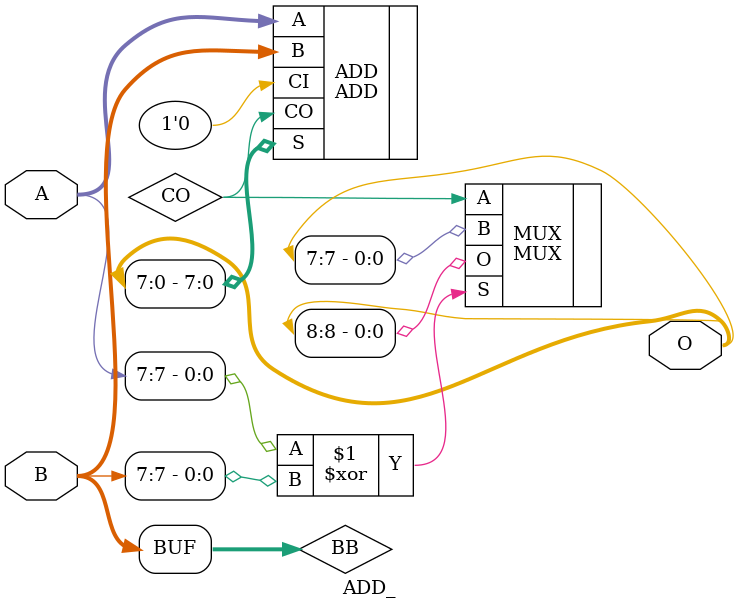
<source format=v>
`timescale 1ns / 1ps

module ADD_ #(parameter N = 8, M = N)( // N >= M
	input [N-1:0] A,
	input [M-1:0] B,
	output [N:0] O
    );
	 
	 wire [N-1:0] BB;
	 wire CO;
	 
	 generate
		if (N > M)
			assign BB = {{(N-M){B[M-1]}}, B};
		else
			assign BB = B;
	 endgenerate
	 
	 MUX #(.N(1)) MUX(
		.A(CO),
		.B(O[N-1]),
		.S(A[N-1]^B[M-1]),
		.O(O[N])
	);
		 
	 
	ADD #(.N(N)) ADD(
		.A(A),
		.B(BB),
		.CI(1'b0),
		.S(O[N-1:0]), 
		.CO(CO)
);

endmodule


</source>
